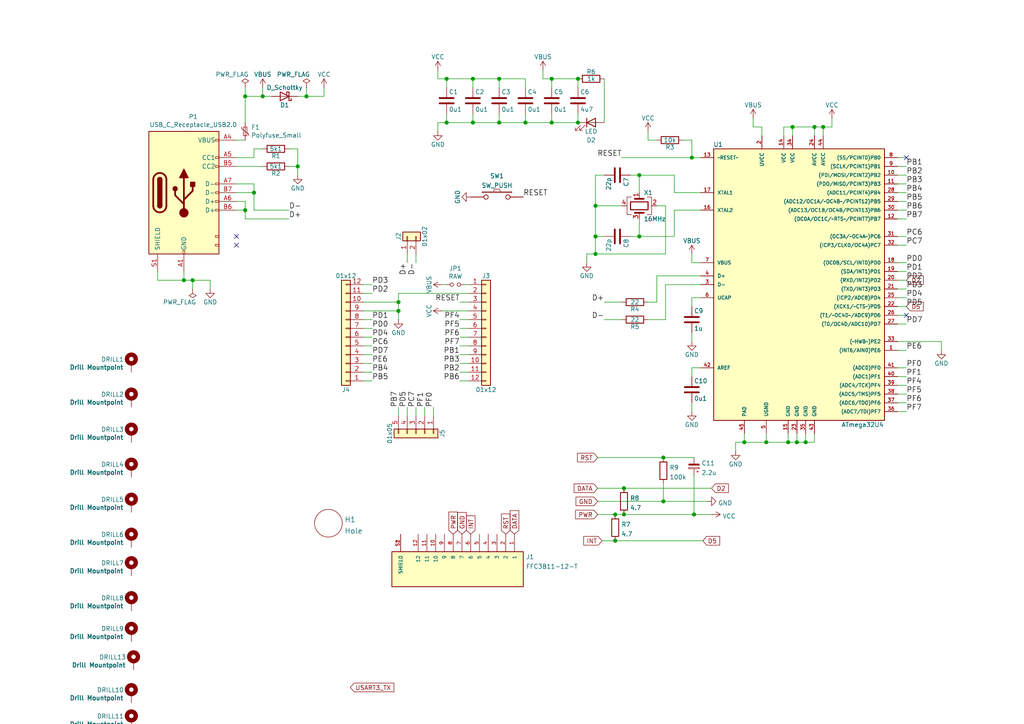
<source format=kicad_sch>
(kicad_sch (version 20211123) (generator eeschema)
  (paper "A4")
  (title_block (title "Alvaro") (date "2020-12-03") (rev "V1.5"))
  (lib_symbols
    (symbol "Alvaro-rescue:Jumper_NO_Small-Device" (pin_numbers hide) (pin_names (offset 0.762) hide)
      (property "Reference" "JP" (at 0 2.032 0))
      (property "Value" "Jumper_NO_Small-Device" (at 0.254 -1.524 0))
      (symbol "Jumper_NO_Small-Device_0_1"
        (pin passive line (at -2.54 0 0) (length 1.016) (name "1") (number "1"))
        (pin passive line (at 2.54 0 180) (length 1.016) (name "2") (number "2"))
      )
    )
    (symbol "Connector_Generic:Conn_01x02" (pin_names (offset 1.016) hide)
      (property "Reference" "J" (at 0 2.54 0))
      (property "Value" "Conn_01x02" (at 0 -5.08 0))
      (symbol "Conn_01x02_1_1"
        (pin passive line (at -5.08 0 0) (length 3.81) (name "Pin_1") (number "1"))
        (pin passive line (at -5.08 -2.54 0) (length 3.81) (name "Pin_2") (number "2"))
      )
    )
    (symbol "Connector_Generic:Conn_01x05" (pin_names (offset 1.016) hide)
      (property "Reference" "J" (at 0 7.62 0))
      (property "Value" "Conn_01x05" (at 0 -7.62 0))
      (symbol "Conn_01x05_1_1"
        (pin passive line (at -5.08 5.08 0) (length 3.81) (name "Pin_1") (number "1"))
        (pin passive line (at -5.08 2.54 0) (length 3.81) (name "Pin_2") (number "2"))
        (pin passive line (at -5.08 0 0) (length 3.81) (name "Pin_3") (number "3"))
        (pin passive line (at -5.08 -2.54 0) (length 3.81) (name "Pin_4") (number "4"))
        (pin passive line (at -5.08 -5.08 0) (length 3.81) (name "Pin_5") (number "5"))
      )
    )
    (symbol "Connector_Generic:Conn_01x12" (pin_names (offset 1.016) hide)
      (property "Reference" "J" (at 0 15.24 0))
      (property "Value" "Conn_01x12" (at 0 -17.78 0))
      (symbol "Conn_01x12_1_1"
        (pin passive line (at -5.08 12.7 0) (length 3.81) (name "Pin_1") (number "1"))
        (pin passive line (at -5.08 -10.16 0) (length 3.81) (name "Pin_10") (number "10"))
        (pin passive line (at -5.08 -12.7 0) (length 3.81) (name "Pin_11") (number "11"))
        (pin passive line (at -5.08 -15.24 0) (length 3.81) (name "Pin_12") (number "12"))
        (pin passive line (at -5.08 10.16 0) (length 3.81) (name "Pin_2") (number "2"))
        (pin passive line (at -5.08 7.62 0) (length 3.81) (name "Pin_3") (number "3"))
        (pin passive line (at -5.08 5.08 0) (length 3.81) (name "Pin_4") (number "4"))
        (pin passive line (at -5.08 2.54 0) (length 3.81) (name "Pin_5") (number "5"))
        (pin passive line (at -5.08 0 0) (length 3.81) (name "Pin_6") (number "6"))
        (pin passive line (at -5.08 -2.54 0) (length 3.81) (name "Pin_7") (number "7"))
        (pin passive line (at -5.08 -5.08 0) (length 3.81) (name "Pin_8") (number "8"))
        (pin passive line (at -5.08 -7.62 0) (length 3.81) (name "Pin_9") (number "9"))
      )
    )
    (symbol "Device:C" (pin_numbers hide) (pin_names (offset 0.254))
      (property "Reference" "C" (at 0.635 2.54 0))
      (property "Value" "C" (at 0.635 -2.54 0))
      (symbol "C_1_1"
        (pin passive line (at 0 3.81 270) (length 2.794) (name "~") (number "1"))
        (pin passive line (at 0 -3.81 90) (length 2.794) (name "~") (number "2"))
      )
    )
    (symbol "Device:C_Polarized_Small" (pin_numbers hide) (pin_names (offset 0.254) hide)
      (property "Reference" "C" (at 0.254 1.778 0))
      (property "Value" "C_Polarized_Small" (at 0.254 -2.032 0))
      (symbol "C_Polarized_Small_1_1"
        (pin passive line (at 0 2.54 270) (length 1.8542) (name "~") (number "1"))
        (pin passive line (at 0 -2.54 90) (length 1.8542) (name "~") (number "2"))
      )
    )
    (symbol "Device:Crystal_GND24" (pin_names (offset 1.016) hide)
      (property "Reference" "Y" (at 3.175 5.08 0))
      (property "Value" "Crystal_GND24" (at 3.175 3.175 0))
      (symbol "Crystal_GND24_1_1"
        (pin passive line (at -3.81 0 0) (length 1.27) (name "1") (number "1"))
        (pin passive line (at 0 5.08 270) (length 1.27) (name "2") (number "2"))
        (pin passive line (at 3.81 0 180) (length 1.27) (name "3") (number "3"))
        (pin passive line (at 0 -5.08 90) (length 1.27) (name "4") (number "4"))
      )
    )
    (symbol "Device:D_Schottky" (pin_numbers hide) (pin_names (offset 1.016) hide)
      (property "Reference" "D" (at 0 2.54 0))
      (property "Value" "D_Schottky" (at 0 -2.54 0))
      (symbol "D_Schottky_1_1"
        (pin passive line (at -3.81 0 0) (length 2.54) (name "K") (number "1"))
        (pin passive line (at 3.81 0 180) (length 2.54) (name "A") (number "2"))
      )
    )
    (symbol "Device:LED" (pin_numbers hide) (pin_names (offset 1.016) hide)
      (property "Reference" "D" (at 0 2.54 0))
      (property "Value" "LED" (at 0 -2.54 0))
      (symbol "LED_1_1"
        (pin passive line (at -3.81 0 0) (length 2.54) (name "K") (number "1"))
        (pin passive line (at 3.81 0 180) (length 2.54) (name "A") (number "2"))
      )
    )
    (symbol "Device:Polyfuse_Small" (pin_numbers hide) (pin_names (offset 0))
      (property "Reference" "F" (at -1.905 0 90))
      (property "Value" "Polyfuse_Small" (at 1.905 0 90))
      (symbol "Polyfuse_Small_1_1"
        (pin passive line (at 0 2.54 270) (length 0.635) (name "~") (number "1"))
        (pin passive line (at 0 -2.54 90) (length 0.635) (name "~") (number "2"))
      )
    )
    (symbol "Device:R" (pin_numbers hide) (pin_names (offset 0))
      (property "Reference" "R" (at 2.032 0 90))
      (property "Value" "R" (at 0 0 90))
      (symbol "R_1_1"
        (pin passive line (at 0 3.81 270) (length 1.27) (name "~") (number "1"))
        (pin passive line (at 0 -3.81 90) (length 1.27) (name "~") (number "2"))
      )
    )
    (symbol "FFC3B11-12-T:FFC3B11-12-T" (pin_names (offset 1.016))
      (property "Reference" "J" (at -5.08 18.542 0))
      (property "Value" "FFC3B11-12-T" (at -5.08 -22.86 0))
      (symbol "FFC3B11-12-T_0_0"
        (pin passive line (at -10.16 15.24 0) (length 5.08) (name "1") (number "1"))
        (pin passive line (at -10.16 -7.62 0) (length 5.08) (name "10") (number "10"))
        (pin passive line (at -10.16 -10.16 0) (length 5.08) (name "11") (number "11"))
        (pin passive line (at -10.16 -12.7 0) (length 5.08) (name "12") (number "12"))
        (pin passive line (at -10.16 12.7 0) (length 5.08) (name "2") (number "2"))
        (pin passive line (at -10.16 10.16 0) (length 5.08) (name "3") (number "3"))
        (pin passive line (at -10.16 7.62 0) (length 5.08) (name "4") (number "4"))
        (pin passive line (at -10.16 5.08 0) (length 5.08) (name "5") (number "5"))
        (pin passive line (at -10.16 2.54 0) (length 5.08) (name "6") (number "6"))
        (pin passive line (at -10.16 0 0) (length 5.08) (name "7") (number "7"))
        (pin passive line (at -10.16 -2.54 0) (length 5.08) (name "8") (number "8"))
        (pin passive line (at -10.16 -5.08 0) (length 5.08) (name "9") (number "9"))
        (pin passive line (at -10.16 -17.78 0) (length 5.08) (name "SHIELD") (number "S1"))
        (pin passive line (at -10.16 -17.78 0) (length 5.08) (name "SHIELD") (number "S2"))
      )
    )
    (symbol "Mechanical:MountingHole_Pad" (pin_numbers hide) (pin_names (offset 1.016) hide)
      (property "Reference" "H" (at 0 6.35 0))
      (property "Value" "MountingHole_Pad" (at 0 4.445 0))
      (symbol "MountingHole_Pad_1_1"
        (pin input line (at 0 -2.54 90) (length 2.54) (name "1") (number "1"))
      )
    )
    (symbol "atmega32u4-ep:ATMEGA32U4-EP" (pin_names (offset 1.016))
      (property "Reference" "U" (at -24.13 43.18 0))
      (property "Value" "ATMEGA32U4-EP" (at 17.78 -38.1 0))
      (symbol "ATMEGA32U4-EP_1_1"
        (pin bidirectional line (at 27.94 -16.51 180) (length 3.81) (name "(INT6/AIN0)PE6") (number "1"))
        (pin bidirectional line (at 27.94 34.29 180) (length 3.81) (name "(PDI/MOSI/PCINT2)PB2") (number "10"))
        (pin bidirectional line (at 27.94 31.75 180) (length 3.81) (name "(PDO/MISO/PCINT3)PB3") (number "11"))
        (pin bidirectional line (at 27.94 21.59 180) (length 3.81) (name "(OC0A/OC1C/~RTS~/PCINT7)PB7") (number "12"))
        (pin input line (at -29.21 39.37 0) (length 3.81) (name "~RESET~") (number "13"))
        (pin power_in line (at -5.08 45.72 270) (length 3.81) (name "VCC") (number "14"))
        (pin power_in line (at -3.81 -40.64 90) (length 3.81) (name "GND") (number "15"))
        (pin output line (at -29.21 24.13 0) (length 3.81) (name "XTAL2") (number "16"))
        (pin input line (at -29.21 29.21 0) (length 3.81) (name "XTAL1") (number "17"))
        (pin bidirectional line (at 27.94 8.89 180) (length 3.81) (name "(OC0B/SCL/INT0)PD0") (number "18"))
        (pin bidirectional line (at 27.94 6.35 180) (length 3.81) (name "(SDA/INT1)PD1") (number "19"))
        (pin power_in line (at -11.43 45.72 270) (length 3.81) (name "UVCC") (number "2"))
        (pin bidirectional line (at 27.94 3.81 180) (length 3.81) (name "(RXD/INT2)PD2") (number "20"))
        (pin bidirectional line (at 27.94 1.27 180) (length 3.81) (name "(TXD/INT3)PD3") (number "21"))
        (pin bidirectional line (at 27.94 -3.81 180) (length 3.81) (name "(XCK1/~CTS~)PD5") (number "22"))
        (pin power_in line (at -1.27 -40.64 90) (length 3.81) (name "GND") (number "23"))
        (pin power_in line (at 3.81 45.72 270) (length 3.81) (name "AVCC") (number "24"))
        (pin bidirectional line (at 27.94 -1.27 180) (length 3.81) (name "(ICP2/ADC8)PD4") (number "25"))
        (pin bidirectional line (at 27.94 -6.35 180) (length 3.81) (name "(T1/~OC4D~/ADC9)PD6") (number "26"))
        (pin bidirectional line (at 27.94 -8.89 180) (length 3.81) (name "(T0/OC4D/ADC10)PD7") (number "27"))
        (pin bidirectional line (at 27.94 29.21 180) (length 3.81) (name "(ADC11/PCINT4)PB4") (number "28"))
        (pin bidirectional line (at 27.94 26.67 180) (length 3.81) (name "(ADC12/OC1A/~OC4B~/PCINT12)PB5") (number "29"))
        (pin bidirectional line (at -29.21 2.54 0) (length 3.81) (name "D-") (number "3"))
        (pin bidirectional line (at 27.94 24.13 180) (length 3.81) (name "(ADC13/OC1B/OC4B/PCINT13)PB6") (number "30"))
        (pin bidirectional line (at 27.94 16.51 180) (length 3.81) (name "(OC3A/~OC4A~)PC6") (number "31"))
        (pin bidirectional line (at 27.94 13.97 180) (length 3.81) (name "(ICP3/CLK0/OC4A)PC7") (number "32"))
        (pin bidirectional line (at 27.94 -13.97 180) (length 3.81) (name "(~HWB~)PE2") (number "33"))
        (pin power_in line (at -2.54 45.72 270) (length 3.81) (name "VCC") (number "34"))
        (pin power_in line (at 1.27 -40.64 90) (length 3.81) (name "GND") (number "35"))
        (pin bidirectional line (at 27.94 -34.29 180) (length 3.81) (name "(ADC7/TDI)PF7") (number "36"))
        (pin bidirectional line (at 27.94 -31.75 180) (length 3.81) (name "(ADC6/TDO)PF6") (number "37"))
        (pin bidirectional line (at 27.94 -29.21 180) (length 3.81) (name "(ADC5/TMS)PF5") (number "38"))
        (pin bidirectional line (at 27.94 -26.67 180) (length 3.81) (name "(ADC4/TCK)PF4") (number "39"))
        (pin bidirectional line (at -29.21 5.08 0) (length 3.81) (name "D+") (number "4"))
        (pin bidirectional line (at 27.94 -24.13 180) (length 3.81) (name "(ADC1)PF1") (number "40"))
        (pin bidirectional line (at 27.94 -21.59 180) (length 3.81) (name "(ADC0)PF0") (number "41"))
        (pin passive line (at -29.21 -21.59 0) (length 3.81) (name "AREF") (number "42"))
        (pin power_in line (at 3.81 -40.64 90) (length 3.81) (name "GND") (number "43"))
        (pin power_in line (at 6.35 45.72 270) (length 3.81) (name "AVCC") (number "44"))
        (pin input line (at -16.51 -40.64 90) (length 3.81) (name "PAD") (number "45"))
        (pin passive line (at -10.16 -40.64 90) (length 3.81) (name "UGND") (number "5"))
        (pin passive line (at -29.21 -1.27 0) (length 3.81) (name "UCAP") (number "6"))
        (pin passive line (at -29.21 8.89 0) (length 3.81) (name "VBUS") (number "7"))
        (pin bidirectional line (at 27.94 39.37 180) (length 3.81) (name "(SS/PCINT0)PB0") (number "8"))
        (pin bidirectional line (at 27.94 36.83 180) (length 3.81) (name "(SCLK/PCINT1)PB1") (number "9"))
      )
    )
    (symbol "ergodash:SW_PUSH" (pin_numbers hide) (pin_names (offset 1.016) hide)
      (property "Reference" "SW" (at 3.81 2.794 0))
      (property "Value" "SW_PUSH" (at 0 -2.032 0))
      (symbol "SW_PUSH_0_1"
        (pin passive inverted (at -7.62 0 0) (length 5.08) (name "1") (number "1"))
        (pin passive inverted (at 7.62 0 180) (length 5.08) (name "2") (number "2"))
      )
    )
    (symbol "keebio:Hole" (pin_names (offset 1.016))
      (property "Reference" "H" (at 0 -1.27 0))
      (property "Value" "Hole" (at 0 1.27 0))
    )
    (symbol "power:GND" (power) (pin_names (offset 0))
      (property "Value" "GND" (at 0 -3.81 0))
      (symbol "GND_1_1"
        (pin power_in line (at 0 0 270) (length 0) hide (name "GND") (number "1"))
      )
    )
    (symbol "power:PWR_FLAG" (power) (pin_numbers hide) (pin_names (offset 0) hide)
      (property "Value" "PWR_FLAG" (at 0 3.81 0))
      (symbol "PWR_FLAG_0_0"
        (pin power_out line (at 0 0 90) (length 0) (name "pwr") (number "1"))
      )
    )
    (symbol "power:VBUS" (power) (pin_names (offset 0))
      (property "Value" "VBUS" (at 0 3.81 0))
      (symbol "VBUS_1_1"
        (pin power_in line (at 0 0 90) (length 0) hide (name "VBUS") (number "1"))
      )
    )
    (symbol "power:VCC" (power) (pin_names (offset 0))
      (property "Value" "VCC" (at 0 3.81 0))
      (symbol "VCC_1_1"
        (pin power_in line (at 0 0 90) (length 0) hide (name "VCC") (number "1"))
      )
    )
    (symbol "reversible-kicad-symbols:HRO-TYPE-C-31-M-12-HandSoldering-NoSBU" (pin_names (offset 1.016))
      (property "Reference" "J" (at -10.16 19.05 0))
      (property "Value" "HRO-TYPE-C-31-M-12-HandSoldering-NoSBU" (at 19.05 19.05 0))
      (symbol "HRO-TYPE-C-31-M-12-HandSoldering-NoSBU_1_1"
        (pin power_in line (at 0 -22.86 90) (length 5.08) (name "GND") (number "A1"))
        (pin power_in line (at 15.24 15.24 180) (length 5.08) (name "VBUS") (number "A4"))
        (pin bidirectional line (at 15.24 10.16 180) (length 5.08) (name "CC1") (number "A5"))
        (pin bidirectional line (at 15.24 -2.54 180) (length 5.08) (name "D+") (number "A6"))
        (pin bidirectional line (at 15.24 2.54 180) (length 5.08) (name "D-") (number "A7"))
        (pin passive line (at 0 -22.86 90) (length 5.08) hide (name "GND") (number "B1"))
        (pin passive line (at 15.24 15.24 180) (length 5.08) hide (name "VBUS") (number "B4"))
        (pin bidirectional line (at 15.24 7.62 180) (length 5.08) (name "CC2") (number "B5"))
        (pin bidirectional line (at 15.24 -5.08 180) (length 5.08) (name "D+") (number "B6"))
        (pin bidirectional line (at 15.24 0 180) (length 5.08) (name "D-") (number "B7"))
        (pin passive line (at -7.62 -22.86 90) (length 5.08) (name "SHIELD") (number "S1"))
      )
    )
  )
  (junction (at 53.34 81.28) (diameter 1.016))
  (junction (at 233.68 128.27) (diameter 1.016))
  (junction (at 236.22 36.83) (diameter 1.016))
  (junction (at 129.54 35.56) (diameter 1.016))
  (junction (at 180.975 141.605) (diameter 1.016))
  (junction (at 229.87 36.83) (diameter 1.016))
  (junction (at 55.88 81.28) (diameter 1.016))
  (junction (at 215.9 128.27) (diameter 1.016))
  (junction (at 160.02 22.86) (diameter 1.016))
  (junction (at 222.25 128.27) (diameter 1.016))
  (junction (at 88.9 27.94) (diameter 1.016))
  (junction (at 115.57 90.17) (diameter 1.016))
  (junction (at 86.36 48.26) (diameter 1.016))
  (junction (at 178.435 149.225) (diameter 1.016))
  (junction (at 71.12 27.94) (diameter 1.016))
  (junction (at 185.42 50.8) (diameter 1.016))
  (junction (at 172.72 59.69) (diameter 1.016))
  (junction (at 160.02 35.56) (diameter 1.016))
  (junction (at 76.2 27.94) (diameter 1.016))
  (junction (at 185.42 68.58) (diameter 1.016))
  (junction (at 144.78 35.56) (diameter 1.016))
  (junction (at 137.16 22.86) (diameter 1.016))
  (junction (at 172.72 73.66) (diameter 1.016))
  (junction (at 152.4 35.56) (diameter 1.016))
  (junction (at 73.66 55.88) (diameter 1.016))
  (junction (at 201.295 149.225) (diameter 1.016))
  (junction (at 137.16 35.56) (diameter 1.016))
  (junction (at 231.14 128.27) (diameter 1.016))
  (junction (at 115.57 87.63) (diameter 1.016))
  (junction (at 200.66 45.72) (diameter 1.016))
  (junction (at 228.6 128.27) (diameter 1.016))
  (junction (at 144.78 22.86) (diameter 1.016))
  (junction (at 129.54 22.86) (diameter 1.016))
  (junction (at 192.405 132.715) (diameter 1.016))
  (junction (at 180.975 149.225) (diameter 1.016))
  (junction (at 238.76 36.83) (diameter 1.016))
  (junction (at 71.12 60.96) (diameter 1.016))
  (junction (at 178.435 156.845) (diameter 1.016))
  (junction (at 167.64 22.86) (diameter 1.016))
  (junction (at 172.72 68.58) (diameter 1.016))
  (junction (at 192.405 145.415) (diameter 1.016))
  (junction (at 167.64 35.56) (diameter 1.016))
  (no_connect (at 68.58 68.58))
  (no_connect (at 262.89 45.72))
  (no_connect (at 262.89 91.44))
  (no_connect (at 68.58 71.12))
  (wire (pts (xy 73.66 43.18) (xy 76.2 43.18)))
  (wire (pts (xy 174.625 156.845) (xy 178.435 156.845)))
  (wire (pts (xy 105.41 100.33) (xy 107.95 100.33)))
  (wire (pts (xy 105.41 107.95) (xy 107.95 107.95)))
  (wire (pts (xy 260.35 48.26) (xy 262.89 48.26)))
  (wire (pts (xy 73.66 55.88) (xy 73.66 60.96)))
  (wire (pts (xy 227.33 36.83) (xy 229.87 36.83)))
  (wire (pts (xy 228.6 128.27) (xy 231.14 128.27)))
  (wire (pts (xy 187.96 40.64) (xy 187.96 38.1)))
  (wire (pts (xy 129.54 35.56) (xy 137.16 35.56)))
  (wire (pts (xy 135.89 82.55) (xy 134.62 82.55)))
  (wire (pts (xy 260.35 60.96) (xy 262.89 60.96)))
  (wire (pts (xy 133.35 92.71) (xy 135.89 92.71)))
  (wire (pts (xy 215.9 128.27) (xy 222.25 128.27)))
  (wire (pts (xy 133.35 95.25) (xy 135.89 95.25)))
  (wire (pts (xy 137.16 35.56) (xy 144.78 35.56)))
  (wire (pts (xy 105.41 110.49) (xy 107.95 110.49)))
  (wire (pts (xy 200.66 96.52) (xy 200.66 99.06)))
  (wire (pts (xy 190.5 40.64) (xy 187.96 40.64)))
  (wire (pts (xy 93.98 27.94) (xy 93.98 25.4)))
  (wire (pts (xy 222.25 128.27) (xy 222.25 125.73)))
  (wire (pts (xy 222.25 128.27) (xy 228.6 128.27)))
  (wire (pts (xy 231.14 128.27) (xy 233.68 128.27)))
  (wire (pts (xy 71.12 27.94) (xy 71.12 35.56)))
  (wire (pts (xy 172.72 68.58) (xy 175.26 68.58)))
  (wire (pts (xy 152.4 22.86) (xy 152.4 25.4)))
  (wire (pts (xy 178.435 156.845) (xy 203.835 156.845)))
  (wire (pts (xy 260.35 63.5) (xy 262.89 63.5)))
  (wire (pts (xy 178.435 149.225) (xy 180.975 149.225)))
  (wire (pts (xy 73.66 45.72) (xy 73.66 43.18)))
  (wire (pts (xy 71.12 60.96) (xy 71.12 63.5)))
  (wire (pts (xy 127 35.56) (xy 129.54 35.56)))
  (wire (pts (xy 127 22.86) (xy 129.54 22.86)))
  (wire (pts (xy 55.88 81.28) (xy 60.96 81.28)))
  (wire (pts (xy 200.66 45.72) (xy 203.2 45.72)))
  (wire (pts (xy 173.355 149.225) (xy 178.435 149.225)))
  (wire (pts (xy 260.35 91.44) (xy 262.89 91.44)))
  (wire (pts (xy 160.02 25.4) (xy 160.02 22.86)))
  (wire (pts (xy 105.41 105.41) (xy 107.95 105.41)))
  (wire (pts (xy 115.57 120.65) (xy 115.57 118.11)))
  (wire (pts (xy 41.91 218.44) (xy 41.91 219.075)))
  (wire (pts (xy 105.41 95.25) (xy 107.95 95.25)))
  (wire (pts (xy 137.16 22.86) (xy 137.16 25.4)))
  (wire (pts (xy 241.3 36.83) (xy 241.3 34.29)))
  (wire (pts (xy 260.35 86.36) (xy 262.89 86.36)))
  (wire (pts (xy 105.41 82.55) (xy 107.95 82.55)))
  (wire (pts (xy 73.66 53.34) (xy 73.66 55.88)))
  (wire (pts (xy 172.72 59.69) (xy 172.72 68.58)))
  (wire (pts (xy 60.96 81.28) (xy 60.96 83.82)))
  (wire (pts (xy 260.35 58.42) (xy 262.89 58.42)))
  (wire (pts (xy 175.26 50.8) (xy 172.72 50.8)))
  (wire (pts (xy 68.58 60.96) (xy 71.12 60.96)))
  (wire (pts (xy 260.35 109.22) (xy 262.89 109.22)))
  (wire (pts (xy 133.35 100.33) (xy 135.89 100.33)))
  (wire (pts (xy 260.35 111.76) (xy 262.89 111.76)))
  (wire (pts (xy 260.35 99.06) (xy 273.05 99.06)))
  (wire (pts (xy 180.34 59.69) (xy 172.72 59.69)))
  (wire (pts (xy 260.35 88.9) (xy 262.89 88.9)))
  (wire (pts (xy 220.98 36.83) (xy 218.44 36.83)))
  (wire (pts (xy 260.35 68.58) (xy 262.89 68.58)))
  (wire (pts (xy 200.66 106.68) (xy 200.66 109.22)))
  (wire (pts (xy 38.735 218.44) (xy 41.91 218.44)))
  (wire (pts (xy 133.35 107.95) (xy 135.89 107.95)))
  (wire (pts (xy 200.66 86.36) (xy 200.66 88.9)))
  (wire (pts (xy 260.35 114.3) (xy 262.89 114.3)))
  (wire (pts (xy 105.41 85.09) (xy 107.95 85.09)))
  (wire (pts (xy 133.35 87.63) (xy 135.89 87.63)))
  (wire (pts (xy 115.57 85.09) (xy 135.89 85.09)))
  (wire (pts (xy 260.35 71.12) (xy 262.89 71.12)))
  (wire (pts (xy 133.35 105.41) (xy 135.89 105.41)))
  (wire (pts (xy 129.54 22.86) (xy 137.16 22.86)))
  (wire (pts (xy 195.58 55.88) (xy 203.2 55.88)))
  (wire (pts (xy 260.35 116.84) (xy 262.89 116.84)))
  (wire (pts (xy 190.5 80.01) (xy 190.5 87.63)))
  (wire (pts (xy 157.48 22.86) (xy 157.48 20.32)))
  (wire (pts (xy 133.35 97.79) (xy 135.89 97.79)))
  (wire (pts (xy 231.14 128.27) (xy 231.14 125.73)))
  (wire (pts (xy 53.34 81.28) (xy 55.88 81.28)))
  (wire (pts (xy 195.58 50.8) (xy 195.58 55.88)))
  (wire (pts (xy 68.58 53.34) (xy 73.66 53.34)))
  (wire (pts (xy 172.72 68.58) (xy 172.72 73.66)))
  (wire (pts (xy 125.73 118.11) (xy 125.73 120.65)))
  (wire (pts (xy 88.9 25.4) (xy 88.9 27.94)))
  (wire (pts (xy 200.66 86.36) (xy 203.2 86.36)))
  (wire (pts (xy 86.36 48.26) (xy 86.36 50.8)))
  (wire (pts (xy 173.355 132.715) (xy 192.405 132.715)))
  (wire (pts (xy 273.05 99.06) (xy 273.05 101.6)))
  (wire (pts (xy 86.36 43.18) (xy 86.36 48.26)))
  (wire (pts (xy 203.2 76.2) (xy 200.66 76.2)))
  (wire (pts (xy 83.82 48.26) (xy 86.36 48.26)))
  (wire (pts (xy 213.36 128.27) (xy 215.9 128.27)))
  (wire (pts (xy 167.64 35.56) (xy 167.64 33.02)))
  (wire (pts (xy 172.72 50.8) (xy 172.72 59.69)))
  (wire (pts (xy 220.98 39.37) (xy 220.98 36.83)))
  (wire (pts (xy 105.41 102.87) (xy 107.95 102.87)))
  (wire (pts (xy 260.35 50.8) (xy 262.89 50.8)))
  (wire (pts (xy 45.72 78.74) (xy 45.72 81.28)))
  (wire (pts (xy 195.58 68.58) (xy 195.58 60.96)))
  (wire (pts (xy 215.9 125.73) (xy 215.9 128.27)))
  (wire (pts (xy 160.02 35.56) (xy 167.64 35.56)))
  (wire (pts (xy 68.58 48.26) (xy 76.2 48.26)))
  (wire (pts (xy 86.36 27.94) (xy 88.9 27.94)))
  (wire (pts (xy 170.18 73.66) (xy 172.72 73.66)))
  (wire (pts (xy 238.76 36.83) (xy 241.3 36.83)))
  (wire (pts (xy 190.5 87.63) (xy 187.96 87.63)))
  (wire (pts (xy 260.35 106.68) (xy 262.89 106.68)))
  (wire (pts (xy 260.35 55.88) (xy 262.89 55.88)))
  (wire (pts (xy 55.88 81.28) (xy 55.88 83.82)))
  (wire (pts (xy 193.04 59.69) (xy 190.5 59.69)))
  (wire (pts (xy 115.57 90.17) (xy 115.57 92.71)))
  (wire (pts (xy 233.68 128.27) (xy 233.68 125.73)))
  (wire (pts (xy 137.16 22.86) (xy 144.78 22.86)))
  (wire (pts (xy 71.12 27.94) (xy 76.2 27.94)))
  (wire (pts (xy 195.58 60.96) (xy 203.2 60.96)))
  (wire (pts (xy 182.88 50.8) (xy 185.42 50.8)))
  (wire (pts (xy 238.76 36.83) (xy 238.76 39.37)))
  (wire (pts (xy 180.34 45.72) (xy 200.66 45.72)))
  (wire (pts (xy 152.4 35.56) (xy 160.02 35.56)))
  (wire (pts (xy 173.355 145.415) (xy 192.405 145.415)))
  (wire (pts (xy 129.54 33.02) (xy 129.54 35.56)))
  (wire (pts (xy 167.64 22.86) (xy 167.64 25.4)))
  (wire (pts (xy 128.27 90.17) (xy 135.89 90.17)))
  (wire (pts (xy 71.12 25.4) (xy 71.12 27.94)))
  (wire (pts (xy 236.22 36.83) (xy 238.76 36.83)))
  (wire (pts (xy 172.72 73.66) (xy 193.04 73.66)))
  (wire (pts (xy 236.22 128.27) (xy 236.22 125.73)))
  (wire (pts (xy 127 35.56) (xy 127 38.1)))
  (wire (pts (xy 218.44 36.83) (xy 218.44 34.29)))
  (wire (pts (xy 68.58 45.72) (xy 73.66 45.72)))
  (wire (pts (xy 200.66 106.68) (xy 203.2 106.68)))
  (wire (pts (xy 233.68 128.27) (xy 236.22 128.27)))
  (wire (pts (xy 76.2 27.94) (xy 78.74 27.94)))
  (wire (pts (xy 68.58 58.42) (xy 71.12 58.42)))
  (wire (pts (xy 260.35 101.6) (xy 262.89 101.6)))
  (wire (pts (xy 193.04 92.71) (xy 187.96 92.71)))
  (wire (pts (xy 260.35 83.82) (xy 262.89 83.82)))
  (wire (pts (xy 229.87 36.83) (xy 229.87 39.37)))
  (wire (pts (xy 180.975 149.225) (xy 201.295 149.225)))
  (wire (pts (xy 260.35 45.72) (xy 262.89 45.72)))
  (wire (pts (xy 200.66 116.84) (xy 200.66 119.38)))
  (wire (pts (xy 144.78 35.56) (xy 152.4 35.56)))
  (wire (pts (xy 200.66 76.2) (xy 200.66 73.66)))
  (wire (pts (xy 118.11 73.66) (xy 118.11 76.2)))
  (wire (pts (xy 192.405 145.415) (xy 205.105 145.415)))
  (wire (pts (xy 105.41 97.79) (xy 107.95 97.79)))
  (wire (pts (xy 260.35 81.28) (xy 262.89 81.28)))
  (wire (pts (xy 105.41 87.63) (xy 115.57 87.63)))
  (wire (pts (xy 71.12 40.64) (xy 68.58 40.64)))
  (wire (pts (xy 120.65 118.11) (xy 120.65 120.65)))
  (wire (pts (xy 129.54 82.55) (xy 128.27 82.55)))
  (wire (pts (xy 175.26 22.86) (xy 175.26 35.56)))
  (wire (pts (xy 152.4 35.56) (xy 152.4 33.02)))
  (wire (pts (xy 144.78 22.86) (xy 144.78 25.4)))
  (wire (pts (xy 180.975 141.605) (xy 206.375 141.605)))
  (wire (pts (xy 260.35 78.74) (xy 262.89 78.74)))
  (wire (pts (xy 228.6 128.27) (xy 228.6 125.73)))
  (wire (pts (xy 157.48 22.86) (xy 160.02 22.86)))
  (wire (pts (xy 203.2 82.55) (xy 193.04 82.55)))
  (wire (pts (xy 105.41 92.71) (xy 107.95 92.71)))
  (wire (pts (xy 118.11 120.65) (xy 118.11 118.11)))
  (wire (pts (xy 73.66 55.88) (xy 68.58 55.88)))
  (wire (pts (xy 88.9 27.94) (xy 93.98 27.94)))
  (wire (pts (xy 227.33 36.83) (xy 227.33 39.37)))
  (wire (pts (xy 182.88 68.58) (xy 185.42 68.58)))
  (wire (pts (xy 115.57 85.09) (xy 115.57 87.63)))
  (wire (pts (xy 53.34 81.28) (xy 53.34 78.74)))
  (wire (pts (xy 160.02 35.56) (xy 160.02 33.02)))
  (wire (pts (xy 144.78 35.56) (xy 144.78 33.02)))
  (wire (pts (xy 170.18 73.66) (xy 170.18 76.2)))
  (wire (pts (xy 203.2 80.01) (xy 190.5 80.01)))
  (wire (pts (xy 115.57 90.17) (xy 105.41 90.17)))
  (wire (pts (xy 180.34 87.63) (xy 175.26 87.63)))
  (wire (pts (xy 45.72 81.28) (xy 53.34 81.28)))
  (wire (pts (xy 173.355 141.605) (xy 180.975 141.605)))
  (wire (pts (xy 200.66 40.64) (xy 200.66 45.72)))
  (wire (pts (xy 260.35 119.38) (xy 262.89 119.38)))
  (wire (pts (xy 185.42 63.5) (xy 185.42 68.58)))
  (wire (pts (xy 185.42 50.8) (xy 185.42 55.88)))
  (wire (pts (xy 71.12 58.42) (xy 71.12 60.96)))
  (wire (pts (xy 127 22.86) (xy 127 20.32)))
  (wire (pts (xy 185.42 50.8) (xy 195.58 50.8)))
  (wire (pts (xy 198.12 40.64) (xy 200.66 40.64)))
  (wire (pts (xy 193.04 82.55) (xy 193.04 92.71)))
  (wire (pts (xy 201.295 149.225) (xy 206.375 149.225)))
  (wire (pts (xy 175.26 92.71) (xy 180.34 92.71)))
  (wire (pts (xy 73.66 60.96) (xy 83.82 60.96)))
  (wire (pts (xy 144.78 22.86) (xy 152.4 22.86)))
  (wire (pts (xy 260.35 53.34) (xy 262.89 53.34)))
  (wire (pts (xy 129.54 22.86) (xy 129.54 25.4)))
  (wire (pts (xy 86.36 43.18) (xy 83.82 43.18)))
  (wire (pts (xy 71.12 63.5) (xy 83.82 63.5)))
  (wire (pts (xy 133.35 102.87) (xy 135.89 102.87)))
  (wire (pts (xy 137.16 35.56) (xy 137.16 33.02)))
  (wire (pts (xy 185.42 68.58) (xy 195.58 68.58)))
  (wire (pts (xy 120.65 73.66) (xy 120.65 76.2)))
  (wire (pts (xy 192.405 140.335) (xy 192.405 145.415)))
  (wire (pts (xy 236.22 36.83) (xy 236.22 39.37)))
  (wire (pts (xy 76.2 27.94) (xy 76.2 25.4)))
  (wire (pts (xy 133.35 110.49) (xy 135.89 110.49)))
  (wire (pts (xy 192.405 132.715) (xy 201.295 132.715)))
  (wire (pts (xy 201.295 137.795) (xy 201.295 149.225)))
  (wire (pts (xy 160.02 22.86) (xy 167.64 22.86)))
  (wire (pts (xy 229.87 36.83) (xy 236.22 36.83)))
  (wire (pts (xy 123.19 120.65) (xy 123.19 118.11)))
  (wire (pts (xy 260.35 76.2) (xy 262.89 76.2)))
  (wire (pts (xy 260.35 93.98) (xy 262.89 93.98)))
  (wire (pts (xy 115.57 87.63) (xy 115.57 90.17)))
  (wire (pts (xy 213.36 130.81) (xy 213.36 128.27)))
  (wire (pts (xy 193.04 73.66) (xy 193.04 59.69)))
  (text "TS24CA" (at 0 0 180) (effects (font (size 1.27 1.27)) (justify right bottom)))
  (label "PF6" (at 133.35 97.79 180) (effects (font (size 1.524 1.524))))
  (label "PD5" (at 262.89 88.9 0) (effects (font (size 1.524 1.524))))
  (label "PC7" (at 262.89 71.12 0) (effects (font (size 1.524 1.524))))
  (label "PB5" (at 107.95 110.49 0) (effects (font (size 1.524 1.524))))
  (label "D-" (at 175.26 92.71 180) (effects (font (size 1.524 1.524))))
  (label "PB6" (at 133.35 110.49 180) (effects (font (size 1.524 1.524))))
  (label "PF5" (at 262.89 114.3 0) (effects (font (size 1.524 1.524))))
  (label "PD7" (at 262.89 93.98 0) (effects (font (size 1.524 1.524))))
  (label "PF4" (at 133.35 92.71 180) (effects (font (size 1.524 1.524))))
  (label "PD3" (at 107.95 82.55 0) (effects (font (size 1.524 1.524))))
  (label "D-" (at 83.82 60.96 0) (effects (font (size 1.524 1.524))))
  (label "PF7" (at 133.35 100.33 180) (effects (font (size 1.524 1.524))))
  (label "PF1" (at 123.19 118.11 90) (effects (font (size 1.524 1.524))))
  (label "PF7" (at 262.89 119.38 0) (effects (font (size 1.524 1.524))))
  (label "PF6" (at 262.89 116.84 0) (effects (font (size 1.524 1.524))))
  (label "PF5" (at 133.35 95.25 180) (effects (font (size 1.524 1.524))))
  (label "PB3" (at 133.35 105.41 180) (effects (font (size 1.524 1.524))))
  (label "PB4" (at 262.89 55.88 0) (effects (font (size 1.524 1.524))))
  (label "PD2" (at 262.89 81.28 0) (effects (font (size 1.524 1.524))))
  (label "D+" (at 175.26 87.63 180) (effects (font (size 1.524 1.524))))
  (label "PE6" (at 107.95 105.41 0) (effects (font (size 1.524 1.524))))
  (label "PF0" (at 262.89 106.68 0) (effects (font (size 1.524 1.524))))
  (label "PD1" (at 107.95 92.71 0) (effects (font (size 1.524 1.524))))
  (label "PD7" (at 107.95 102.87 0) (effects (font (size 1.524 1.524))))
  (label "PB1" (at 133.35 102.87 180) (effects (font (size 1.524 1.524))))
  (label "PD0" (at 262.89 76.2 0) (effects (font (size 1.524 1.524))))
  (label "PD5" (at 118.11 118.11 90) (effects (font (size 1.524 1.524))))
  (label "PF0" (at 125.73 118.11 90) (effects (font (size 1.524 1.524))))
  (label "PD3" (at 262.89 83.82 0) (effects (font (size 1.524 1.524))))
  (label "PB3" (at 262.89 53.34 0) (effects (font (size 1.524 1.524))))
  (label "RESET" (at 133.35 87.63 180) (effects (font (size 1.524 1.524))))
  (label "PB7" (at 115.57 118.11 90) (effects (font (size 1.524 1.524))))
  (label "RESET" (at 180.34 45.72 180) (effects (font (size 1.524 1.524))))
  (label "PC6" (at 107.95 100.33 0) (effects (font (size 1.524 1.524))))
  (label "PD4" (at 262.89 86.36 0) (effects (font (size 1.524 1.524))))
  (label "PF4" (at 262.89 111.76 0) (effects (font (size 1.524 1.524))))
  (label "D-" (at 120.65 76.2 270) (effects (font (size 1.524 1.524))))
  (label "PB6" (at 262.89 60.96 0) (effects (font (size 1.524 1.524))))
  (label "PB7" (at 262.89 63.5 0) (effects (font (size 1.524 1.524))))
  (label "D+" (at 83.82 63.5 0) (effects (font (size 1.524 1.524))))
  (label "PC7" (at 120.65 118.11 90) (effects (font (size 1.524 1.524))))
  (label "PD0" (at 107.95 95.25 0) (effects (font (size 1.524 1.524))))
  (label "D+" (at 118.11 76.2 270) (effects (font (size 1.524 1.524))))
  (label "PF1" (at 262.89 109.22 0) (effects (font (size 1.524 1.524))))
  (label "PB5" (at 262.89 58.42 0) (effects (font (size 1.524 1.524))))
  (label "PD4" (at 107.95 97.79 0) (effects (font (size 1.524 1.524))))
  (label "PD2" (at 107.95 85.09 0) (effects (font (size 1.524 1.524))))
  (label "PB1" (at 262.89 48.26 0) (effects (font (size 1.524 1.524))))
  (label "PB4" (at 107.95 107.95 0) (effects (font (size 1.524 1.524))))
  (label "PC6" (at 262.89 68.58 0) (effects (font (size 1.524 1.524))))
  (label "PB2" (at 262.89 50.8 0) (effects (font (size 1.524 1.524))))
  (label "PE6" (at 262.89 101.6 0) (effects (font (size 1.524 1.524))))
  (label "RESET" (at 151.765 57.15 0) (effects (font (size 1.524 1.524))))
  (label "PD1" (at 262.89 78.74 0) (effects (font (size 1.524 1.524))))
  (label "PB2" (at 133.35 107.95 180) (effects (font (size 1.524 1.524))))
  (global_label "D2" (shape input) (at 206.375 141.605 0) (property "Intersheet References" "${INTERSHEET_REFS}" (effects hide)))
  (global_label "GND" (shape input) (at 173.355 145.415 180) (property "Intersheet References" "${INTERSHEET_REFS}" (effects hide)))
  (global_label "PWR" (shape input) (at 131.445 154.94 90) (property "Intersheet References" "${INTERSHEET_REFS}" (effects hide)))
  (global_label "GND" (shape input) (at 133.985 154.94 90) (property "Intersheet References" "${INTERSHEET_REFS}" (effects hide)))
  (global_label "D2" (shape input) (at 262.89 81.28 0) (property "Intersheet References" "${INTERSHEET_REFS}" (effects hide)))
  (global_label "RST" (shape input) (at 146.685 154.94 90) (property "Intersheet References" "${INTERSHEET_REFS}" (effects hide)))
  (global_label "DATA" (shape input) (at 149.225 154.94 90) (property "Intersheet References" "${INTERSHEET_REFS}" (effects hide)))
  (global_label "USART3_TX" (shape input) (at 101.6 199.39 0) (property "Intersheet References" "${INTERSHEET_REFS}" (effects hide)))
  (global_label "PWR" (shape input) (at 173.355 149.225 180) (property "Intersheet References" "${INTERSHEET_REFS}" (effects hide)))
  (global_label "DATA" (shape input) (at 173.355 141.605 180) (property "Intersheet References" "${INTERSHEET_REFS}" (effects hide)))
  (global_label "D5" (shape input) (at 203.835 156.845 0) (property "Intersheet References" "${INTERSHEET_REFS}" (effects hide)))
  (global_label "INT" (shape input) (at 174.625 156.845 180) (property "Intersheet References" "${INTERSHEET_REFS}" (effects hide)))
  (global_label "INT" (shape input) (at 136.525 154.94 90) (property "Intersheet References" "${INTERSHEET_REFS}" (effects hide)))
  (global_label "D5" (shape input) (at 262.89 88.9 0) (property "Intersheet References" "${INTERSHEET_REFS}" (effects hide)))
  (global_label "RST" (shape input) (at 173.355 132.715 180) (property "Intersheet References" "${INTERSHEET_REFS}" (effects hide)))
  (symbol (lib_id "power:GND") (at 60.96 83.82 0) (unit 1)
    (property "Reference" "#PWR01" (effects hide))
    (property "Value" "GND" (at 60.96 87.63 0))
  )
  (symbol (lib_id "Device:R") (at 80.01 43.18 270) (unit 1)
    (property "Reference" "R1" (at 80.01 45.212 90))
    (property "Value" "5k1" (at 80.01 43.18 90))
    (property "Footprint" "Resistor_SMD:R_0603_1608Metric" (effects hide))
    (property "LCSC" "C328432" (effects hide))
  )
  (symbol (lib_id "Device:R") (at 80.01 48.26 270) (unit 1)
    (property "Reference" "R2" (at 80.01 50.292 90))
    (property "Value" "5k1" (at 80.01 48.26 90))
    (property "Footprint" "Resistor_SMD:R_0603_1608Metric" (effects hide))
    (property "LCSC" "C328432" (effects hide))
  )
  (symbol (lib_id "power:GND") (at 86.36 50.8 0) (unit 1)
    (property "Reference" "#PWR02" (effects hide))
    (property "Value" "GND" (at 86.36 54.61 0))
  )
  (symbol (lib_id "Device:R") (at 184.15 87.63 270) (unit 1)
    (property "Reference" "R4" (at 184.15 89.662 90))
    (property "Value" "22" (at 184.15 87.63 90))
    (property "Footprint" "Resistor_SMD:R_0603_1608Metric" (effects hide))
    (property "LCSC" "C325646" (effects hide))
  )
  (symbol (lib_id "Device:R") (at 184.15 92.71 270) (unit 1)
    (property "Reference" "R5" (at 184.15 94.742 90))
    (property "Value" "22" (at 184.15 92.71 90))
    (property "Footprint" "Resistor_SMD:R_0603_1608Metric" (effects hide))
    (property "LCSC" "C325646" (effects hide))
  )
  (symbol (lib_id "power:PWR_FLAG") (at 71.12 25.4 0) (unit 1)
    (property "Reference" "#FLG03" (effects hide))
    (property "Value" "PWR_FLAG" (at 67.31 21.59 0))
  )
  (symbol (lib_id "power:PWR_FLAG") (at 55.88 83.82 180) (unit 1)
    (property "Reference" "#FLG04" (effects hide))
    (property "Value" "PWR_FLAG" (at 52.07 87.63 0))
  )
  (symbol (lib_id "atmega32u4-ep:ATMEGA32U4-EP") (at 232.41 85.09 0) (unit 1)
    (property "Reference" "U1" (at 208.28 41.91 0))
    (property "Value" "ATmega32U4" (at 250.19 123.19 0))
    (property "Footprint" "Package_DFN_QFN:QFN-44-1EP_7x7mm_P0.5mm_EP5.2x5.2mm" (effects hide))
    (property "LCSC" "C45874" (effects hide))
  )
  (symbol (lib_id "power:GND") (at 213.36 130.81 0) (unit 1)
    (property "Reference" "#PWR05" (effects hide))
    (property "Value" "GND" (at 213.36 134.62 0))
  )
  (symbol (lib_id "Device:C") (at 179.07 68.58 270) (unit 1)
    (property "Reference" "C8" (at 181.61 69.215 0) (effects (justify left)))
    (property "Value" "22p" (at 176.53 69.215 0) (effects (justify left)))
    (property "Footprint" "Capacitor_SMD:C_0603_1608Metric" (effects hide))
    (property "LCSC" "C107451" (effects hide))
  )
  (symbol (lib_id "Device:Crystal_GND24") (at 185.42 59.69 270) (unit 1)
    (property "Reference" "X1" (at 186.69 55.88 90) (effects (justify left)))
    (property "Value" "16MHz" (at 186.69 63.5 90) (effects (justify left)))
    (property "Footprint" "Crystal:Crystal_SMD_SeikoEpson_FA238-4Pin_3.2x2.5mm" (effects hide))
    (property "LCSC" "C70562" (effects hide))
  )
  (symbol (lib_id "Device:C") (at 179.07 50.8 270) (unit 1)
    (property "Reference" "C7" (at 181.61 51.435 0) (effects (justify left)))
    (property "Value" "22p" (at 176.53 51.435 0) (effects (justify left)))
    (property "Footprint" "Capacitor_SMD:C_0603_1608Metric" (effects hide))
    (property "LCSC" "C107451" (effects hide))
  )
  (symbol (lib_id "power:GND") (at 170.18 76.2 0) (unit 1)
    (property "Reference" "#PWR06" (effects hide))
    (property "Value" "GND" (at 170.18 80.01 0))
  )
  (symbol (lib_id "Device:R") (at 194.31 40.64 270) (unit 1)
    (property "Reference" "R3" (at 194.31 42.672 90))
    (property "Value" "10k" (at 194.31 40.64 90))
    (property "Footprint" "Resistor_SMD:R_0603_1608Metric" (effects hide))
    (property "LCSC" "C269701" (effects hide))
  )
  (symbol (lib_id "power:VCC") (at 187.96 38.1 0) (unit 1)
    (property "Reference" "#PWR07" (effects hide))
    (property "Value" "VCC" (at 187.96 34.29 0))
  )
  (symbol (lib_id "Device:C") (at 200.66 92.71 0) (unit 1)
    (property "Reference" "C9" (at 201.295 90.17 0) (effects (justify left)))
    (property "Value" "1u" (at 201.295 95.25 0) (effects (justify left)))
    (property "Footprint" "Capacitor_SMD:C_0603_1608Metric" (effects hide))
    (property "LCSC" "C83059" (effects hide))
  )
  (symbol (lib_id "power:GND") (at 200.66 99.06 0) (unit 1)
    (property "Reference" "#PWR08" (effects hide))
    (property "Value" "GND" (at 200.66 102.87 0))
  )
  (symbol (lib_id "power:VCC") (at 241.3 34.29 0) (unit 1)
    (property "Reference" "#PWR09" (effects hide))
    (property "Value" "VCC" (at 241.3 30.48 0))
  )
  (symbol (lib_id "Device:C") (at 200.66 113.03 0) (unit 1)
    (property "Reference" "C10" (at 201.295 110.49 0) (effects (justify left)))
    (property "Value" "0u1" (at 201.295 115.57 0) (effects (justify left)))
    (property "Footprint" "Capacitor_SMD:C_0603_1608Metric" (effects hide))
    (property "LCSC" "C83054" (effects hide))
  )
  (symbol (lib_id "power:GND") (at 200.66 119.38 0) (unit 1)
    (property "Reference" "#PWR010" (effects hide))
    (property "Value" "GND" (at 200.66 123.19 0))
  )
  (symbol (lib_id "power:GND") (at 273.05 101.6 0) (mirror y) (unit 1)
    (property "Reference" "#PWR011" (effects hide))
    (property "Value" "GND" (at 273.05 105.41 0))
  )
  (symbol (lib_id "Connector_Generic:Conn_01x12") (at 100.33 97.79 180) (unit 1)
    (property "Reference" "J4" (at 100.33 113.03 0))
    (property "Value" "01x12" (at 100.33 80.01 0))
    (property "Footprint" "Alvaro:Pins12" (effects hide))
  )
  (symbol (lib_id "Connector_Generic:Conn_01x12") (at 140.97 95.25 0) (unit 1)
    (property "Reference" "J3" (at 140.97 80.01 0))
    (property "Value" "01x12" (at 140.97 113.03 0))
    (property "Footprint" "Alvaro:Pins12" (effects hide))
  )
  (symbol (lib_id "Connector_Generic:Conn_01x05") (at 120.65 125.73 270) (unit 1)
    (property "Reference" "J5" (at 128.27 125.73 0))
    (property "Value" "01x05" (at 113.03 125.73 0))
    (property "Footprint" "Alvaro:Pins5" (effects hide))
  )
  (symbol (lib_id "power:GND") (at 115.57 92.71 0) (unit 1)
    (property "Reference" "#PWR012" (effects hide))
    (property "Value" "GND" (at 115.57 96.52 0))
  )
  (symbol (lib_id "power:VCC") (at 128.27 90.17 90) (unit 1)
    (property "Reference" "#PWR013" (effects hide))
    (property "Value" "VCC" (at 124.46 90.17 0))
  )
  (symbol (lib_id "power:VCC") (at 127 20.32 0) (unit 1)
    (property "Reference" "#PWR014" (effects hide))
    (property "Value" "VCC" (at 127 16.51 0))
  )
  (symbol (lib_id "Device:C") (at 129.54 29.21 0) (unit 1)
    (property "Reference" "C1" (at 130.175 26.67 0) (effects (justify left)))
    (property "Value" "0u1" (at 130.175 31.75 0) (effects (justify left)))
    (property "Footprint" "Capacitor_SMD:C_0603_1608Metric" (effects hide))
    (property "LCSC" "C83054" (effects hide))
  )
  (symbol (lib_id "Device:C") (at 137.16 29.21 0) (unit 1)
    (property "Reference" "C2" (at 137.795 26.67 0) (effects (justify left)))
    (property "Value" "0u1" (at 137.795 31.75 0) (effects (justify left)))
    (property "Footprint" "Capacitor_SMD:C_0603_1608Metric" (effects hide))
    (property "Datasheet" "C83054" (effects hide))
    (property "LCSC" "C83054" (effects hide))
  )
  (symbol (lib_id "Device:C") (at 144.78 29.21 0) (unit 1)
    (property "Reference" "C3" (at 145.415 26.67 0) (effects (justify left)))
    (property "Value" "0u1" (at 145.415 31.75 0) (effects (justify left)))
    (property "Footprint" "Capacitor_SMD:C_0603_1608Metric" (effects hide))
    (property "LCSC" "C83054" (effects hide))
  )
  (symbol (lib_id "Device:C") (at 152.4 29.21 0) (unit 1)
    (property "Reference" "C4" (at 153.035 26.67 0) (effects (justify left)))
    (property "Value" "0u1" (at 153.035 31.75 0) (effects (justify left)))
    (property "Footprint" "Capacitor_SMD:C_0603_1608Metric" (effects hide))
    (property "LCSC" "C83054" (effects hide))
  )
  (symbol (lib_id "Device:C") (at 167.64 29.21 0) (unit 1)
    (property "Reference" "C6" (at 168.275 26.67 0) (effects (justify left)))
    (property "Value" "4u7" (at 168.275 31.75 0) (effects (justify left)))
    (property "Footprint" "Capacitor_SMD:C_0603_1608Metric" (effects hide))
    (property "LCSC" "C69182" (effects hide))
  )
  (symbol (lib_id "power:GND") (at 127 38.1 0) (unit 1)
    (property "Reference" "#PWR015" (effects hide))
    (property "Value" "GND" (at 127 41.91 0))
  )
  (symbol (lib_id "Connector_Generic:Conn_01x02") (at 118.11 68.58 90) (unit 1)
    (property "Reference" "J2" (at 115.57 68.58 0))
    (property "Value" "01x02" (at 123.19 68.58 0))
    (property "Footprint" "Alvaro:Pins2" (effects hide))
  )
  (symbol (lib_id "Device:C") (at 160.02 29.21 0) (unit 1)
    (property "Reference" "C5" (at 160.655 26.67 0) (effects (justify left)))
    (property "Value" "0u1" (at 160.655 31.75 0) (effects (justify left)))
    (property "Footprint" "Capacitor_SMD:C_0603_1608Metric" (effects hide))
    (property "LCSC" "C83054" (effects hide))
  )
  (symbol (lib_id "power:VBUS") (at 76.2 25.4 0) (unit 1)
    (property "Reference" "#PWR016" (effects hide))
    (property "Value" "VBUS" (at 76.2 21.59 0))
  )
  (symbol (lib_id "power:VBUS") (at 200.66 73.66 0) (unit 1)
    (property "Reference" "#PWR017" (effects hide))
    (property "Value" "VBUS" (at 200.66 69.85 0))
  )
  (symbol (lib_id "power:VBUS") (at 218.44 34.29 0) (unit 1)
    (property "Reference" "#PWR018" (effects hide))
    (property "Value" "VBUS" (at 218.44 30.48 0))
  )
  (symbol (lib_id "Device:D_Schottky") (at 82.55 27.94 180) (unit 1)
    (property "Reference" "D1" (at 82.55 30.48 0))
    (property "Value" "D_Schottky" (at 82.55 25.4 0))
    (property "Footprint" "Diode_SMD:D_SOD-123" (effects hide))
    (property "LCSC" "C2920035" (effects hide))
  )
  (symbol (lib_id "power:VCC") (at 93.98 25.4 0) (unit 1)
    (property "Reference" "#PWR019" (effects hide))
    (property "Value" "VCC" (at 93.98 21.59 0))
  )
  (symbol (lib_id "power:PWR_FLAG") (at 88.9 25.4 0) (unit 1)
    (property "Reference" "#FLG020" (effects hide))
    (property "Value" "PWR_FLAG" (at 85.09 21.59 0))
  )
  (symbol (lib_id "power:VBUS") (at 128.27 82.55 90) (unit 1)
    (property "Reference" "#PWR021" (effects hide))
    (property "Value" "VBUS" (at 124.46 82.55 0))
  )
  (symbol (lib_id "power:VBUS") (at 157.48 20.32 0) (unit 1)
    (property "Reference" "#PWR0101" (effects hide))
    (property "Value" "VBUS" (at 157.48 16.51 0))
  )
  (symbol (lib_id "Device:R") (at 171.45 22.86 270) (mirror x) (unit 1)
    (property "Reference" "R6" (at 171.45 20.828 90))
    (property "Value" "1k" (at 171.45 22.86 90))
    (property "Footprint" "Resistor_SMD:R_0603_1608Metric" (effects hide))
    (property " LCSC" "C394536" (effects hide))
  )
  (symbol (lib_id "reversible-kicad-symbols:HRO-TYPE-C-31-M-12-HandSoldering-NoSBU") (at 53.34 55.88 0) (unit 1)
    (property "Reference" "P1" (at 56.0578 33.8582 0))
    (property "Value" "USB_C_Receptacle_USB2.0" (at 56.0578 36.1696 0))
    (property "Footprint" "Alvaro:USB-C-C168688" (effects hide))
    (property "Datasheet" "https://www.usb.org/sites/default/files/documents/usb_type-c.zip" (effects hide))
    (property "LCSC" "C168688" (effects hide))
  )
  (symbol (lib_id "Device:Polyfuse_Small") (at 71.12 38.1 0) (unit 1)
    (property "Reference" "F1" (at 72.8472 36.9316 0) (effects (justify left)))
    (property "Value" "Polyfuse_Small" (at 72.8472 39.243 0) (effects (justify left)))
    (property "Footprint" "Fuse:Fuse_1206_3216Metric" (effects hide))
    (property "LCSC" "C99561" (effects hide))
  )
  (symbol (lib_id "Device:LED") (at 171.45 35.56 0) (unit 1)
    (property "Reference" "D2" (at 171.45 40.64 0))
    (property "Value" "LED" (at 171.45 38.1 0))
    (property "Footprint" "LED_SMD:LED_0603_1608Metric" (effects hide))
    (property "LCSC" "C138547" (effects hide))
  )
  (symbol (lib_id "Alvaro-rescue:Jumper_NO_Small-Device") (at 132.08 82.55 0) (unit 1)
    (property "Reference" "JP1" (at 132.08 77.851 0))
    (property "Value" "RAW" (at 132.08 80.1624 0))
    (property "Footprint" "Jumper:SolderJumper-2_P1.3mm_Open_Pad1.0x1.5mm" (effects hide))
  )
  (symbol (lib_id "Mechanical:MountingHole_Pad") (at 38.735 191.77 0) (mirror y) (unit 1)
    (property "Reference" "DRILL13" (at 36.576 190.6016 0) (effects (justify left)))
    (property "Value" "Drill Mountpoint" (at 36.576 192.913 0) (effects (font bold) (justify left)))
    (property "Footprint" "MountingHole:MountingHole_2.2mm_M2_DIN965_Pad" (effects hide))
  )
  (symbol (lib_id "Device:R") (at 180.975 145.415 0) (unit 1)
    (property "Reference" "R8" (at 182.7531 144.5065 0) (effects (justify left)))
    (property "Value" "4.7" (at 182.7531 147.2816 0) (effects (justify left)))
    (property "Footprint" "Resistor_SMD:R_0805_2012Metric_Pad1.20x1.40mm_HandSolder" (effects hide))
    (property " LCSC" "C17673" (effects hide))
  )
  (symbol (lib_id "Mechanical:MountingHole_Pad") (at 80.645 236.855 0) (mirror y) (unit 1)
    (property "Reference" "DRILL17" (at 78.486 235.6866 0) (effects (justify left)))
    (property "Value" "Drill Mountpoint" (at 78.486 237.998 0) (effects (font bold) (justify left)))
    (property "Footprint" "DjinnFootprints:MountingHole_3.2mm_M3_Pad_Via" (effects hide))
  )
  (symbol (lib_id "Mechanical:MountingHole_Pad") (at 38.1 135.89 0) (mirror y) (unit 1)
    (property "Reference" "DRILL4" (at 35.941 134.7216 0) (effects (justify left)))
    (property "Value" "Drill Mountpoint" (at 35.941 137.033 0) (effects (font bold) (justify left)))
    (property "Footprint" "MountingHole:MountingHole_3.2mm_M3_Pad_Via" (effects hide))
  )
  (symbol (lib_id "Mechanical:MountingHole_Pad") (at 38.1 201.295 0) (mirror y) (unit 1)
    (property "Reference" "DRILL10" (at 35.941 200.1266 0) (effects (justify left)))
    (property "Value" "Drill Mountpoint" (at 35.941 202.438 0) (effects (font bold) (justify left)))
    (property "Footprint" "MountingHole:MountingHole_3.2mm_M3_Pad_Via" (effects hide))
  )
  (symbol (lib_id "power:GND") (at 136.525 57.15 270) (mirror x) (unit 1)
    (property "Reference" "#PWR0102" (effects hide))
    (property "Value" "GND" (at 132.715 57.15 0))
  )
  (symbol (lib_id "power:GND") (at 205.105 145.415 90) (unit 1)
    (property "Reference" "#PWR03" (effects hide))
    (property "Value" "GND" (at 208.2801 145.894 90) (effects (justify right)))
  )
  (symbol (lib_id "Mechanical:MountingHole_Pad") (at 38.1 183.515 0) (mirror y) (unit 1)
    (property "Reference" "DRILL9" (at 35.941 182.3466 0) (effects (justify left)))
    (property "Value" "Drill Mountpoint" (at 35.941 184.658 0) (effects (font bold) (justify left)))
    (property "Footprint" "MountingHole:MountingHole_2.2mm_M2_DIN965_Pad" (effects hide))
  )
  (symbol (lib_id "Device:R") (at 192.405 136.525 0) (unit 1)
    (property "Reference" "R9" (at 194.1831 135.6165 0) (effects (justify left)))
    (property "Value" "100k" (at 194.1831 138.3916 0) (effects (justify left)))
    (property "Footprint" "Resistor_SMD:R_0805_2012Metric_Pad1.20x1.40mm_HandSolder" (effects hide))
    (property "LCSC" "C478884" (effects hide))
  )
  (symbol (lib_id "ergodash:SW_PUSH") (at 144.145 57.15 0) (unit 1)
    (property "Reference" "SW1" (at 144.145 51.0244 0))
    (property "Value" "SW_PUSH" (at 144.145 53.7995 0))
    (property "Footprint" "prettylib:SMD_Tacticle_Switch_TS24CA_flipable" (effects hide))
  )
  (symbol (lib_id "Device:C_Polarized_Small") (at 201.295 135.255 180) (unit 1)
    (property "Reference" "C11" (at 203.4541 134.3465 0) (effects (justify right)))
    (property "Value" "2.2u" (at 203.4541 137.1216 0) (effects (justify right)))
    (property "Footprint" "Capacitor_SMD:C_0805_2012Metric_Pad1.18x1.45mm_HandSolder" (effects hide))
    (property "LCSC" "C49217" (effects hide))
  )
  (symbol (lib_id "Mechanical:MountingHole_Pad") (at 38.1 146.05 0) (mirror y) (unit 1)
    (property "Reference" "DRILL5" (at 35.941 144.8816 0) (effects (justify left)))
    (property "Value" "Drill Mountpoint" (at 35.941 147.193 0) (effects (font bold) (justify left)))
    (property "Footprint" "MountingHole:MountingHole_2.2mm_M2_DIN965_Pad" (effects hide))
  )
  (symbol (lib_id "Mechanical:MountingHole_Pad") (at 38.6157 232.7707 0) (mirror y) (unit 1)
    (property "Reference" "DRILL12" (at 36.4567 231.6023 0) (effects (justify left)))
    (property "Value" "Drill Mountpoint" (at 36.4567 233.9137 0) (effects (font bold) (justify left)))
    (property "Footprint" "MountingHole:MountingHole_2.2mm_M2_DIN965_Pad" (effects hide))
  )
  (symbol (lib_id "power:VCC") (at 206.375 149.225 270) (unit 1)
    (property "Reference" "#PWR04" (effects hide))
    (property "Value" "VCC" (at 209.5501 149.704 90) (effects (justify left)))
  )
  (symbol (lib_id "Mechanical:MountingHole_Pad") (at 38.1 105.41 0) (mirror y) (unit 1)
    (property "Reference" "DRILL1" (at 35.941 104.2416 0) (effects (justify left)))
    (property "Value" "Drill Mountpoint" (at 35.941 106.553 0) (effects (font bold) (justify left)))
    (property "Footprint" "DjinnFootprints:MountingHole_3.2mm_M3_Pad_Via" (effects hide))
  )
  (symbol (lib_id "Mechanical:MountingHole_Pad") (at 38.1 125.73 0) (mirror y) (unit 1)
    (property "Reference" "DRILL3" (at 35.941 124.5616 0) (effects (justify left)))
    (property "Value" "Drill Mountpoint" (at 35.941 126.873 0) (effects (font bold) (justify left)))
    (property "Footprint" "MountingHole:MountingHole_2.2mm_M2_DIN965_Pad" (effects hide))
  )
  (symbol (lib_id "FFC3B11-12-T:FFC3B11-12-T") (at 133.985 165.1 270) (unit 1)
    (property "Reference" "J1" (at 152.5271 161.5245 90) (effects (justify left)))
    (property "Value" "FFC3B11-12-T" (at 152.5271 164.2996 90) (effects (justify left)))
    (property "Footprint" "FFC3B11-12-T:GCT_FFC3B11-12-T" (effects hide))
    (property "PARTREV" "A" (effects hide))
    (property "STANDARD" "Manufacturer Recommendations" (effects hide))
    (property "MANUFACTURER" "GCT" (effects hide))
    (property "MAXIMUM_PACKAGE_HEIGHT" "2.5mm" (effects hide))
  )
  (symbol (lib_id "keebio:Hole") (at 95.25 151.765 0) (unit 1)
    (property "Reference" "H1" (at 99.8983 150.7003 0) (effects (font (size 1.524 1.524)) (justify left)))
    (property "Value" "Hole" (at 99.8983 153.9793 0) (effects (font (size 1.524 1.524)) (justify left)))
    (property "Footprint" "libmodulo:SK8707" (effects hide))
  )
  (symbol (lib_id "Device:R") (at 178.435 153.035 0) (unit 1)
    (property "Reference" "R7" (at 180.2131 152.1265 0) (effects (justify left)))
    (property "Value" "4.7" (at 180.2131 154.9016 0) (effects (justify left)))
    (property "Footprint" "Resistor_SMD:R_0805_2012Metric_Pad1.20x1.40mm_HandSolder" (effects hide))
  )
  (symbol (lib_id "Mechanical:MountingHole_Pad") (at 38.1 174.625 0) (mirror y) (unit 1)
    (property "Reference" "DRILL8" (at 35.941 173.4566 0) (effects (justify left)))
    (property "Value" "Drill Mountpoint" (at 35.941 175.768 0) (effects (font bold) (justify left)))
    (property "Footprint" "MountingHole:MountingHole_2.2mm_M2_DIN965_Pad" (effects hide))
  )
  (symbol (lib_id "Mechanical:MountingHole_Pad") (at 67.945 226.06 0) (mirror y) (unit 1)
    (property "Reference" "DRILL15" (at 65.786 224.8916 0) (effects (justify left)))
    (property "Value" "Drill Mountpoint" (at 65.786 227.203 0) (effects (font bold) (justify left)))
    (property "Footprint" "DjinnFootprints:MountingHole_3.2mm_M3_Pad_Via" (effects hide))
  )
  (symbol (lib_id "Mechanical:MountingHole_Pad") (at 79.375 224.79 0) (mirror y) (unit 1)
    (property "Reference" "DRILL16" (at 77.216 223.6216 0) (effects (justify left)))
    (property "Value" "Drill Mountpoint" (at 77.216 225.933 0) (effects (font bold) (justify left)))
    (property "Footprint" "DjinnFootprints:MountingHole_3.2mm_M3_Pad_Via" (effects hide))
  )
  (symbol (lib_id "Mechanical:MountingHole_Pad") (at 67.2982 236.3142 0) (mirror y) (unit 1)
    (property "Reference" "DRILL14" (at 65.1392 235.1458 0) (effects (justify left)))
    (property "Value" "Drill Mountpoint" (at 65.1392 237.4572 0) (effects (font bold) (justify left)))
    (property "Footprint" "DjinnFootprints:MountingHole_3.2mm_M3_Pad_Via" (effects hide))
  )
  (symbol (lib_id "Mechanical:MountingHole_Pad") (at 38.1 156.21 0) (mirror y) (unit 1)
    (property "Reference" "DRILL6" (at 35.941 155.0416 0) (effects (justify left)))
    (property "Value" "Drill Mountpoint" (at 35.941 157.353 0) (effects (font bold) (justify left)))
    (property "Footprint" "MountingHole:MountingHole_2.2mm_M2_DIN965_Pad" (effects hide))
  )
  (symbol (lib_id "Mechanical:MountingHole_Pad") (at 38.1 164.465 0) (mirror y) (unit 1)
    (property "Reference" "DRILL7" (at 35.941 163.2966 0) (effects (justify left)))
    (property "Value" "Drill Mountpoint" (at 35.941 165.608 0) (effects (font bold) (justify left)))
    (property "Footprint" "MountingHole:MountingHole_2.2mm_M2_DIN965_Pad" (effects hide))
  )
  (symbol (lib_id "Mechanical:MountingHole_Pad") (at 38.1 208.915 0) (mirror y) (unit 1)
    (property "Reference" "DRILL11" (at 35.941 207.7466 0) (effects (justify left)))
    (property "Value" "Drill Mountpoint" (at 35.941 210.058 0) (effects (font bold) (justify left)))
    (property "Footprint" "MountingHole:MountingHole_3.2mm_M3_Pad_Via" (effects hide))
  )
  (symbol (lib_id "Mechanical:MountingHole_Pad") (at 38.1 115.57 0) (mirror y) (unit 1)
    (property "Reference" "DRILL2" (at 35.941 114.4016 0) (effects (justify left)))
    (property "Value" "Drill Mountpoint" (at 35.941 116.713 0) (effects (font bold) (justify left)))
    (property "Footprint" "DjinnFootprints:MountingHole_3.2mm_M3_Pad_Via" (effects hide))
  )
)
</source>
